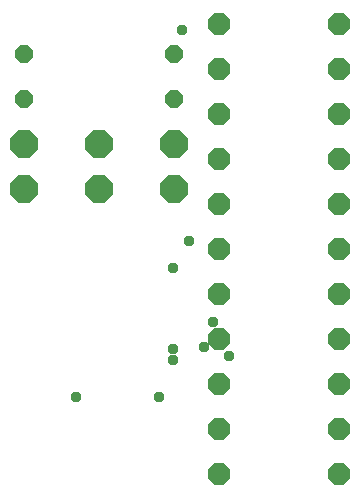
<source format=gbr>
G04 EAGLE Gerber X2 export*
%TF.Part,Single*%
%TF.FileFunction,Soldermask,Bot,1*%
%TF.FilePolarity,Negative*%
%TF.GenerationSoftware,Autodesk,EAGLE,8.6.0*%
%TF.CreationDate,2018-03-08T02:42:11Z*%
G75*
%MOMM*%
%FSLAX34Y34*%
%LPD*%
%AMOC8*
5,1,8,0,0,1.08239X$1,22.5*%
G01*
%ADD10P,2.556822X8X22.500000*%
%ADD11P,1.951982X8X22.500000*%
%ADD12P,1.649562X8X22.500000*%
%ADD13C,0.959600*%


D10*
X38100Y304800D03*
X38100Y266700D03*
X165100Y304800D03*
X101600Y266700D03*
D11*
X304800Y406400D03*
X304800Y368300D03*
X203200Y177800D03*
X203200Y368300D03*
X203200Y330200D03*
X203200Y292100D03*
X203200Y406400D03*
D10*
X101600Y304800D03*
D11*
X304800Y101600D03*
X304800Y215900D03*
X304800Y63500D03*
D10*
X165100Y266700D03*
D11*
X304800Y177800D03*
X203200Y215900D03*
X304800Y25400D03*
X203200Y254000D03*
X304800Y139700D03*
X304800Y330200D03*
X203200Y63500D03*
X203200Y25400D03*
X304800Y292100D03*
X203200Y139700D03*
X203200Y101600D03*
X304800Y254000D03*
D12*
X38100Y342900D03*
X165100Y342900D03*
X38100Y381000D03*
X165100Y381000D03*
D13*
X164592Y199644D03*
X164592Y121920D03*
X211836Y124968D03*
X164592Y131064D03*
X190500Y132588D03*
X198120Y153924D03*
X152400Y89916D03*
X178308Y222504D03*
X82296Y89916D03*
X172212Y400812D03*
M02*

</source>
